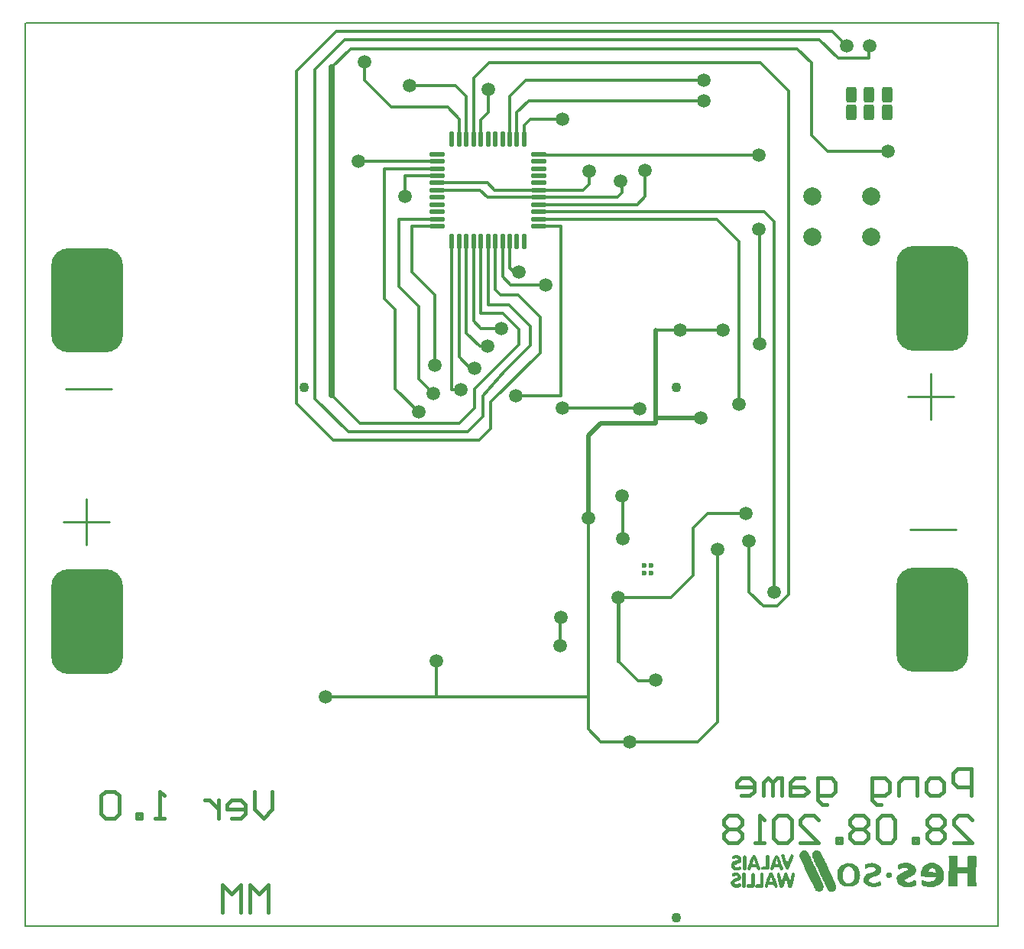
<source format=gtl>
G04 Layer_Physical_Order=1*
G04 Layer_Color=255*
%FSLAX44Y44*%
%MOMM*%
G71*
G01*
G75*
G04:AMPARAMS|DCode=10|XSize=0.55mm|YSize=1.75mm|CornerRadius=0.1375mm|HoleSize=0mm|Usage=FLASHONLY|Rotation=90.000|XOffset=0mm|YOffset=0mm|HoleType=Round|Shape=RoundedRectangle|*
%AMROUNDEDRECTD10*
21,1,0.5500,1.4750,0,0,90.0*
21,1,0.2750,1.7500,0,0,90.0*
1,1,0.2750,0.7375,0.1375*
1,1,0.2750,0.7375,-0.1375*
1,1,0.2750,-0.7375,-0.1375*
1,1,0.2750,-0.7375,0.1375*
%
%ADD10ROUNDEDRECTD10*%
G04:AMPARAMS|DCode=11|XSize=0.55mm|YSize=1.75mm|CornerRadius=0.1375mm|HoleSize=0mm|Usage=FLASHONLY|Rotation=180.000|XOffset=0mm|YOffset=0mm|HoleType=Round|Shape=RoundedRectangle|*
%AMROUNDEDRECTD11*
21,1,0.5500,1.4750,0,0,180.0*
21,1,0.2750,1.7500,0,0,180.0*
1,1,0.2750,-0.1375,0.7375*
1,1,0.2750,0.1375,0.7375*
1,1,0.2750,0.1375,-0.7375*
1,1,0.2750,-0.1375,-0.7375*
%
%ADD11ROUNDEDRECTD11*%
%ADD12C,0.3556*%
%ADD13C,0.5080*%
%ADD14C,0.3810*%
%ADD15C,0.6350*%
%ADD16C,0.2540*%
%ADD17C,0.4000*%
%ADD18C,0.1500*%
G04:AMPARAMS|DCode=19|XSize=1.2192mm|YSize=1.7272mm|CornerRadius=0.3048mm|HoleSize=0mm|Usage=FLASHONLY|Rotation=0.000|XOffset=0mm|YOffset=0mm|HoleType=Round|Shape=RoundedRectangle|*
%AMROUNDEDRECTD19*
21,1,1.2192,1.1176,0,0,0.0*
21,1,0.6096,1.7272,0,0,0.0*
1,1,0.6096,0.3048,-0.5588*
1,1,0.6096,-0.3048,-0.5588*
1,1,0.6096,-0.3048,0.5588*
1,1,0.6096,0.3048,0.5588*
%
%ADD19ROUNDEDRECTD19*%
%ADD20C,2.0000*%
G04:AMPARAMS|DCode=21|XSize=8mm|YSize=8mm|CornerRadius=2mm|HoleSize=0mm|Usage=FLASHONLY|Rotation=90.000|XOffset=0mm|YOffset=0mm|HoleType=Round|Shape=RoundedRectangle|*
%AMROUNDEDRECTD21*
21,1,8.0000,4.0000,0,0,90.0*
21,1,4.0000,8.0000,0,0,90.0*
1,1,4.0000,2.0000,2.0000*
1,1,4.0000,2.0000,-2.0000*
1,1,4.0000,-2.0000,-2.0000*
1,1,4.0000,-2.0000,2.0000*
%
%ADD21ROUNDEDRECTD21*%
%ADD22C,1.1000*%
%ADD23C,1.5000*%
%ADD24C,0.6000*%
G36*
X910027Y69393D02*
X909439Y69275D01*
X908734Y69158D01*
X907793Y68923D01*
X906852Y68570D01*
X904736Y67629D01*
X903678Y66924D01*
X902619Y66218D01*
X901679Y65395D01*
X900738Y64337D01*
X900033Y63161D01*
X899445Y61868D01*
X899092Y60457D01*
X898975Y58811D01*
Y54813D01*
Y54696D01*
Y54343D01*
X899092Y53755D01*
X899327Y53050D01*
X899445Y52109D01*
X899798Y51169D01*
X900150Y50110D01*
X900738Y49052D01*
X901326Y47994D01*
X902032Y46936D01*
X902972Y45995D01*
X904030Y45055D01*
X905206Y44349D01*
X906617Y43761D01*
X908263Y43408D01*
X910027Y43291D01*
X913201D01*
X913789Y43408D01*
X914495Y43526D01*
X915435Y43644D01*
X916376Y43996D01*
X917434Y44349D01*
X918492Y44937D01*
X919550Y45525D01*
X920609Y46466D01*
X921549Y47406D01*
X922490Y48699D01*
X923195Y50110D01*
X923783Y51874D01*
X924136Y53873D01*
X924254Y56107D01*
Y56224D01*
Y56695D01*
X924136Y57400D01*
X924018Y58223D01*
X923783Y59164D01*
X923548Y60340D01*
X923078Y61515D01*
X922490Y62809D01*
X921785Y64102D01*
X920844Y65278D01*
X919786Y66453D01*
X918492Y67394D01*
X916846Y68335D01*
X915083Y68923D01*
X912966Y69393D01*
X910497Y69510D01*
X910380D01*
X910027Y69393D01*
D02*
G37*
G36*
X1000561D02*
X999385Y69158D01*
X997974Y68570D01*
X996328Y67629D01*
X995623Y67041D01*
X994800Y66336D01*
X994094Y65395D01*
X993389Y64337D01*
X992801Y63161D01*
X992213Y61868D01*
X991860Y57870D01*
Y55754D01*
X991390Y55284D01*
Y54813D01*
X991507D01*
X991860Y54696D01*
X992448Y54578D01*
X993389Y54343D01*
X994682Y54226D01*
X996328Y53990D01*
X998327Y53873D01*
X1008203D01*
X1008086Y53638D01*
X1007851Y53167D01*
X1007498Y52344D01*
X1006792Y51521D01*
X1005969Y50581D01*
X1004911Y49758D01*
X1003618Y49287D01*
X1001972Y49052D01*
X999385D01*
X993154Y50816D01*
X992683Y50346D01*
Y45525D01*
Y45407D01*
X992918Y45172D01*
X993389Y44819D01*
X994094Y44349D01*
X995152Y43879D01*
X995858Y43644D01*
X996798Y43408D01*
X997739Y43291D01*
X998915Y43056D01*
X1000208Y42938D01*
X1001619Y42821D01*
X1003500D01*
X1003970Y42938D01*
X1004676Y43056D01*
X1005499Y43173D01*
X1006557Y43526D01*
X1007733Y43879D01*
X1009026Y44232D01*
X1010202Y44819D01*
X1011495Y45525D01*
X1012789Y46348D01*
X1013964Y47289D01*
X1015023Y48464D01*
X1015846Y49758D01*
X1016551Y51286D01*
X1017021Y52932D01*
X1017139Y54813D01*
Y56107D01*
Y56224D01*
Y56577D01*
X1017021Y57165D01*
X1016904Y57988D01*
X1016786Y58811D01*
X1016551Y59869D01*
X1016199Y61045D01*
X1015728Y62103D01*
X1015140Y63279D01*
X1014435Y64455D01*
X1013494Y65630D01*
X1012436Y66689D01*
X1011143Y67629D01*
X1009614Y68452D01*
X1007968Y69040D01*
X1005969Y69510D01*
X1001031D01*
X1000561Y69393D01*
D02*
G37*
G36*
X831956Y57870D02*
Y57518D01*
Y57400D01*
X832074Y56812D01*
X832191Y56107D01*
X832309Y55166D01*
X832544Y53990D01*
X832779Y52697D01*
X833367Y49993D01*
X833955Y47171D01*
X834307Y45878D01*
X834660Y44702D01*
X835013Y43761D01*
X835248Y43056D01*
X835601Y42468D01*
X835954Y42350D01*
X838305D01*
X838423Y42468D01*
X838775Y42821D01*
X839128Y43526D01*
X839363Y43996D01*
X839716Y44702D01*
X839951Y45407D01*
X840304Y46348D01*
X840657Y47406D01*
X841009Y48699D01*
X841362Y50110D01*
X841715Y51757D01*
X842185D01*
Y51639D01*
X842303Y51404D01*
X842420Y50933D01*
X842538Y50346D01*
X842891Y48817D01*
X843361Y47053D01*
X843949Y45290D01*
X844537Y43879D01*
X844772Y43173D01*
X845125Y42703D01*
X845360Y42468D01*
X845712Y42350D01*
X848064D01*
X848182Y42586D01*
X848417Y42821D01*
X848534Y43173D01*
X848769Y43644D01*
X849005Y44232D01*
X849240Y45055D01*
X849593Y46113D01*
X849945Y47289D01*
X850298Y48699D01*
X850651Y50463D01*
X851003Y52462D01*
X851474Y54813D01*
X851944Y57518D01*
Y57870D01*
X851003Y58811D01*
X849593D01*
X849475Y58693D01*
X849122Y58341D01*
X848769Y57635D01*
X848534Y57047D01*
X848299Y56459D01*
X847946Y55637D01*
X847711Y54696D01*
X847476Y53638D01*
X847123Y52227D01*
X846888Y50816D01*
X846535Y49052D01*
X846183D01*
Y49170D01*
X846065Y49523D01*
X845948Y49993D01*
X845830Y50581D01*
X845477Y52109D01*
X845007Y53990D01*
X844419Y55754D01*
X843831Y57283D01*
X843478Y57870D01*
X843126Y58341D01*
X842891Y58693D01*
X842538Y58811D01*
X841127D01*
X841009Y58693D01*
X840657Y58341D01*
X840186Y57635D01*
X839951Y57047D01*
X839716Y56459D01*
X839363Y55637D01*
X839128Y54696D01*
X838775Y53638D01*
X838423Y52227D01*
X838070Y50816D01*
X837717Y49052D01*
X837247D01*
Y49170D01*
X837129Y49523D01*
Y49993D01*
X837012Y50581D01*
X836659Y52109D01*
X836306Y53990D01*
X835836Y55754D01*
X835366Y57283D01*
X835013Y57870D01*
X834778Y58341D01*
X834425Y58693D01*
X834190Y58811D01*
X832779D01*
X831956Y57870D01*
D02*
G37*
G36*
X784455Y58693D02*
X783985Y58576D01*
X783514Y58341D01*
X783044Y58106D01*
X782574Y57635D01*
X782221Y57047D01*
Y55754D01*
Y55637D01*
X782339Y55284D01*
X782809Y54931D01*
X783044Y54813D01*
X783514D01*
X787982Y55284D01*
X788335Y54813D01*
Y53520D01*
X788217D01*
X787982Y53403D01*
X787630Y53285D01*
X787159Y53167D01*
X785984Y52697D01*
X784573Y52109D01*
X783162Y51286D01*
X781986Y50346D01*
X781516Y49758D01*
X781163Y49170D01*
X780928Y48464D01*
X780810Y47759D01*
Y47524D01*
X780928Y46936D01*
X781163Y46113D01*
X781633Y45172D01*
X782339Y44114D01*
X783397Y43173D01*
X784102Y42821D01*
X784925Y42468D01*
X785984Y42233D01*
X787042Y41998D01*
X787277D01*
X787982Y42115D01*
X788805Y42350D01*
X789864Y42586D01*
X790922Y42938D01*
X791862Y43408D01*
X792568Y43996D01*
X792685Y44232D01*
X792803Y44584D01*
Y45055D01*
X791510Y46818D01*
X786219Y45995D01*
X785278Y46818D01*
Y47759D01*
X785396Y47876D01*
X785631Y48112D01*
X786101Y48347D01*
X786807Y48699D01*
X787865Y49170D01*
X788570Y49405D01*
X789393Y49640D01*
X790451Y49993D01*
X791510Y50346D01*
X792333Y53050D01*
Y54343D01*
Y54578D01*
X792097Y55049D01*
X791862Y55754D01*
X791510Y56577D01*
X790922Y57400D01*
X790099Y58106D01*
X789158Y58576D01*
X787982Y58811D01*
X784925D01*
X784455Y58693D01*
D02*
G37*
G36*
X954706Y59164D02*
X954471Y59046D01*
X954118Y58811D01*
X953765Y58341D01*
X953413Y57753D01*
X953060Y57047D01*
X952707Y56107D01*
Y55989D01*
X952825Y55637D01*
X953060Y55284D01*
X953295Y54696D01*
X954000Y53638D01*
X954471Y53285D01*
X954941Y53050D01*
X956705D01*
X957293Y53167D01*
X957763Y53403D01*
X958351Y53755D01*
X958939Y54343D01*
X959291Y55049D01*
X959409Y56107D01*
Y56224D01*
Y56459D01*
X959291Y56930D01*
X959174Y57400D01*
X958939Y57988D01*
X958704Y58458D01*
X958233Y58929D01*
X957645Y59281D01*
X954824D01*
X954706Y59164D01*
D02*
G37*
G36*
X793744Y57870D02*
Y43291D01*
X794567Y42350D01*
X796330D01*
X797271Y43291D01*
Y57870D01*
X796330Y58811D01*
X794567D01*
X793744Y57870D01*
D02*
G37*
G36*
X860527Y83149D02*
X859939Y82914D01*
X859116Y82562D01*
X858293Y81856D01*
X857588Y80798D01*
X857353Y80210D01*
X857000Y79387D01*
X856882Y78564D01*
X856765Y77506D01*
Y77388D01*
X856882Y77153D01*
X857117Y76683D01*
X857353Y76095D01*
X857705Y75272D01*
X858176Y74331D01*
X858646Y73273D01*
X859116Y72097D01*
X860292Y69510D01*
X861703Y66571D01*
X863114Y63279D01*
X864642Y59869D01*
X866288Y56459D01*
X867934Y53050D01*
X869463Y49758D01*
X870991Y46701D01*
X872520Y43879D01*
X873225Y42703D01*
X873813Y41527D01*
X874401Y40587D01*
X874989Y39646D01*
X875459Y38941D01*
X875930Y38353D01*
X878164Y38000D01*
X879575D01*
X880045Y38118D01*
X880633Y38235D01*
X881338Y38588D01*
X882044Y39176D01*
X882867Y39999D01*
X883455Y41175D01*
X883925Y42821D01*
Y43761D01*
Y43879D01*
X883807Y44232D01*
X883690Y44702D01*
X883337Y45407D01*
X882984Y46348D01*
X882396Y47641D01*
X881691Y49287D01*
X880750Y51404D01*
X880162Y52697D01*
X879575Y53990D01*
X878869Y55519D01*
X878164Y57047D01*
X877340Y58811D01*
X876400Y60692D01*
X875459Y62809D01*
X874401Y65043D01*
X873225Y67394D01*
X872050Y69863D01*
X870756Y72568D01*
X869345Y75507D01*
X867817Y78564D01*
X866171Y81856D01*
X866053Y81974D01*
X865936Y82091D01*
X865113Y82562D01*
X864172Y83032D01*
X863584Y83267D01*
X860997D01*
X860527Y83149D01*
D02*
G37*
G36*
X874048D02*
X873696Y83032D01*
X873108Y82679D01*
X872520Y82091D01*
X872050Y81503D01*
X871462Y80798D01*
X871109Y79857D01*
X870991Y78799D01*
Y77859D01*
Y77623D01*
X871109Y77271D01*
X871227Y76800D01*
X871579Y75977D01*
X871932Y74919D01*
X872520Y73508D01*
X873225Y71744D01*
X874284Y69510D01*
X874754Y68217D01*
X875459Y66806D01*
X876165Y65278D01*
X876870Y63632D01*
X877811Y61868D01*
X878634Y59987D01*
X879692Y57870D01*
X880750Y55637D01*
X881926Y53285D01*
X883219Y50698D01*
X884513Y47994D01*
X886041Y45172D01*
X887570Y42115D01*
X889216Y38823D01*
X891920Y38000D01*
X893684D01*
X894154Y38118D01*
X894859Y38353D01*
X895565Y38705D01*
X896270Y39293D01*
X896976Y39999D01*
X897681Y41057D01*
Y43761D01*
Y43879D01*
X897564Y44232D01*
X897446Y44584D01*
X897211Y45290D01*
X896858Y46230D01*
X896388Y47406D01*
X895683Y49052D01*
X894859Y51051D01*
X894389Y52109D01*
X893801Y53403D01*
X893213Y54813D01*
X892508Y56342D01*
X891685Y57870D01*
X890979Y59634D01*
X890039Y61633D01*
X889098Y63632D01*
X888040Y65866D01*
X886982Y68217D01*
X885806Y70686D01*
X884513Y73391D01*
X883102Y76212D01*
X881691Y79269D01*
X881573Y79387D01*
X881456Y79740D01*
X881103Y80328D01*
X880750Y80915D01*
X879575Y82209D01*
X878869Y82797D01*
X878164Y83267D01*
X874166D01*
X874048Y83149D01*
D02*
G37*
G36*
X824078Y58576D02*
X823843Y58341D01*
X823608Y58106D01*
X823373Y57635D01*
X823020Y57047D01*
X822667Y56224D01*
X822315Y55284D01*
X821844Y54226D01*
X821256Y52815D01*
X820669Y51169D01*
X820081Y49287D01*
X819375Y47053D01*
X818552Y44584D01*
Y43291D01*
X819493Y42350D01*
X821021D01*
X821139Y42468D01*
X821492Y42703D01*
X821727Y43173D01*
X822079Y43644D01*
X822315Y44467D01*
X822550Y45525D01*
X828076D01*
X828194Y45407D01*
X828429Y45172D01*
X828664Y44702D01*
X829017Y44232D01*
X829369Y43408D01*
X829722Y42350D01*
X831603D01*
X832074Y42586D01*
X832309Y42821D01*
X832426Y43056D01*
X832661Y43526D01*
X832779Y44114D01*
Y44232D01*
X832544Y44702D01*
X832309Y45525D01*
X832074Y46466D01*
X831603Y47524D01*
X831251Y48817D01*
X830192Y51521D01*
X829134Y54108D01*
X828664Y55401D01*
X828194Y56577D01*
X827723Y57400D01*
X827253Y58223D01*
X826900Y58693D01*
X826547Y58811D01*
X824196D01*
X824078Y58576D01*
D02*
G37*
G36*
X803502Y57518D02*
Y45995D01*
X799035D01*
X798212Y45055D01*
Y43291D01*
X799035Y42350D01*
X806207D01*
X806442Y42468D01*
X806795Y42821D01*
X807030Y43173D01*
X807265Y43644D01*
X807383Y44349D01*
X807500Y45055D01*
Y57518D01*
X806207Y58811D01*
X804796D01*
X803502Y57518D01*
D02*
G37*
G36*
X813732Y57870D02*
Y45995D01*
X809264D01*
X807970Y44584D01*
Y43761D01*
X809264Y42350D01*
X815966D01*
X817259Y43761D01*
Y57518D01*
X815966Y58811D01*
X814555D01*
X813732Y57870D01*
D02*
G37*
G36*
X935894Y69393D02*
X935071D01*
X933895Y69158D01*
X932719Y68923D01*
X931191Y68570D01*
X929662Y68100D01*
Y64102D01*
X930485Y63279D01*
X930603Y63397D01*
X930956Y63514D01*
X931543Y63867D01*
X932249Y64220D01*
X934013Y64808D01*
X934953Y64925D01*
X935894Y65043D01*
X938598D01*
X939186Y64925D01*
X939774Y64690D01*
X940479Y64220D01*
X941067Y63749D01*
X941537Y62926D01*
X941655Y61868D01*
Y61750D01*
X941420Y61515D01*
X940949Y61163D01*
X940597Y60927D01*
X940126Y60692D01*
X939539Y60340D01*
X938833Y59987D01*
X938010Y59634D01*
X936952Y59164D01*
X935776Y58693D01*
X934365Y58223D01*
X932719Y57635D01*
X930956Y57047D01*
X930838Y56930D01*
X930485Y56577D01*
X930132Y56107D01*
X929545Y55519D01*
X929074Y54813D01*
X928721Y53990D01*
X928369Y53285D01*
X928251Y52579D01*
Y49875D01*
Y49758D01*
Y49640D01*
X928369Y48935D01*
X928839Y47876D01*
X929192Y47406D01*
X929662Y46701D01*
X930250Y46113D01*
X930956Y45525D01*
X931896Y44937D01*
X932954Y44349D01*
X934248Y43879D01*
X935776Y43408D01*
X937422Y43056D01*
X939421Y42821D01*
X939774D01*
X940126Y42938D01*
X940714D01*
X941890Y43173D01*
X943419Y43408D01*
X944829Y43761D01*
X946123Y44114D01*
X946711Y44349D01*
X947064Y44584D01*
X947299Y44819D01*
X947416Y45055D01*
Y45995D01*
Y46113D01*
Y46466D01*
X947299Y47053D01*
X947181Y47641D01*
X947064Y48229D01*
X946828Y48817D01*
X946476Y49287D01*
X946005Y49523D01*
X945888Y49405D01*
X945535Y49170D01*
X944947Y48817D01*
X944124Y48464D01*
X943183Y47994D01*
X941890Y47641D01*
X940479Y47406D01*
X938951Y47289D01*
X938245D01*
X937775Y47406D01*
X937069Y47641D01*
X936246Y47994D01*
X935423Y48464D01*
X934718Y49052D01*
X934248Y49875D01*
X934013Y50816D01*
Y50933D01*
X934130Y51169D01*
X934600Y51639D01*
X934953Y51992D01*
X935306Y52227D01*
X935894Y52697D01*
X936599Y53050D01*
X937540Y53520D01*
X938480Y53990D01*
X939774Y54461D01*
X941185Y54931D01*
X942831Y55519D01*
X944712Y56107D01*
X944829Y56224D01*
X945182Y56577D01*
X945535Y57047D01*
X946005Y57753D01*
X946593Y58458D01*
X946946Y59164D01*
X947299Y59869D01*
X947416Y60575D01*
Y63279D01*
Y63397D01*
X947299Y63514D01*
X947064Y64220D01*
X946476Y65278D01*
X945535Y66453D01*
X944947Y66924D01*
X944242Y67512D01*
X943419Y68100D01*
X942478Y68570D01*
X941302Y68923D01*
X940126Y69275D01*
X938716Y69393D01*
X937187Y69510D01*
X936599D01*
X935894Y69393D01*
D02*
G37*
G36*
X971284D02*
X970344Y69275D01*
X969285Y69158D01*
X968227Y68923D01*
X967404Y68570D01*
X966699Y68217D01*
X966581Y67982D01*
X966464Y67747D01*
Y63749D01*
X967404Y62338D01*
X967522Y62456D01*
X967875Y62573D01*
X968462Y62926D01*
X969168Y63279D01*
X970108Y63632D01*
X971284Y63984D01*
X972578Y64337D01*
X973988Y64572D01*
X974106D01*
X974459Y64455D01*
X975047Y64220D01*
X975517Y63984D01*
X976105Y63632D01*
X976693Y63161D01*
X977046Y62573D01*
X977163Y61868D01*
X977046D01*
X976693Y61633D01*
X976105Y61398D01*
X975399Y61045D01*
X974459Y60692D01*
X973518Y60222D01*
X971402Y59281D01*
X969285Y58106D01*
X968345Y57635D01*
X967404Y57047D01*
X966699Y56577D01*
X966111Y56107D01*
X965758Y55637D01*
X965641Y55284D01*
X964700Y51757D01*
Y51639D01*
Y51404D01*
X964818Y50933D01*
X964935Y50346D01*
X965288Y48935D01*
X965758Y48112D01*
X966228Y47289D01*
X966816Y46466D01*
X967639Y45642D01*
X968580Y44937D01*
X969756Y44232D01*
X971167Y43644D01*
X972695Y43173D01*
X974576Y42938D01*
X976693Y42821D01*
X978692D01*
X979867Y42938D01*
X981161Y43056D01*
X982572Y43408D01*
X983982Y43761D01*
X985158Y44349D01*
X985629Y44702D01*
X985981Y45055D01*
Y49875D01*
X985158Y50816D01*
X984923Y50698D01*
X984453Y50346D01*
X983630Y49993D01*
X982572Y49523D01*
X981513Y48935D01*
X980220Y48582D01*
X978927Y48229D01*
X977633Y48112D01*
X977281D01*
X976810Y48229D01*
X976340Y48347D01*
X975752Y48699D01*
X975047Y49052D01*
X974459Y49640D01*
X973988Y50346D01*
Y50816D01*
X974106Y51051D01*
X974576Y51286D01*
X974811Y51521D01*
X975282Y51757D01*
X975752Y52109D01*
X976458Y52462D01*
X977281Y52932D01*
X978339Y53403D01*
X979515Y53990D01*
X980808Y54578D01*
X982454Y55284D01*
X984218Y56107D01*
X984335Y56224D01*
X984453Y56577D01*
X984806Y56930D01*
X985041Y57518D01*
X985746Y58811D01*
X985864Y59517D01*
X985981Y60104D01*
Y62809D01*
Y62926D01*
Y63044D01*
X985864Y63632D01*
X985511Y64455D01*
X984923Y65513D01*
X984453Y66101D01*
X983982Y66689D01*
X983277Y67277D01*
X982454Y67747D01*
X981513Y68335D01*
X980338Y68805D01*
X979044Y69158D01*
X977633Y69510D01*
X971990D01*
X971284Y69393D01*
D02*
G37*
G36*
X819493Y76565D02*
Y65513D01*
X816671D01*
X816436Y65395D01*
X815966D01*
X815495Y65160D01*
X815025Y65043D01*
X814555Y64808D01*
X814320Y64455D01*
X814202Y64102D01*
Y62809D01*
X815025Y61868D01*
X822550D01*
X823491Y62809D01*
Y77035D01*
Y77153D01*
X823373Y77271D01*
X823020Y77741D01*
X822667Y77976D01*
X822197Y78094D01*
X821492Y78329D01*
X820786D01*
X819493Y76565D01*
D02*
G37*
G36*
X786336Y78211D02*
X785631Y78094D01*
X784808Y77976D01*
X783985Y77741D01*
X783279Y77388D01*
X782809Y77035D01*
X782574Y76565D01*
Y74802D01*
X783514Y73861D01*
X787042Y74802D01*
X787159D01*
X787277Y74684D01*
X787865Y74331D01*
X788570Y73978D01*
X788688Y73743D01*
X788805Y73508D01*
X782574Y70334D01*
X782456Y70216D01*
X782339Y70098D01*
X781868Y69393D01*
X781516Y68452D01*
X781281Y67864D01*
Y67277D01*
Y66336D01*
Y66101D01*
X781398Y65630D01*
X781633Y64808D01*
X781986Y63984D01*
X782691Y63044D01*
X783750Y62221D01*
X784337Y61986D01*
X785161Y61750D01*
X785984Y61515D01*
X788923D01*
X789511Y61633D01*
X790216Y61750D01*
X790922Y62103D01*
X791745Y62456D01*
X792333Y63044D01*
X792803Y63749D01*
Y65043D01*
X791980Y65866D01*
X791510D01*
X787042Y65043D01*
X786924D01*
X786807Y65160D01*
X786101Y65513D01*
X785513Y66218D01*
X785396Y66689D01*
X785278Y67277D01*
X785396D01*
X785513Y67394D01*
X785866Y67512D01*
X786336Y67629D01*
X787512Y68100D01*
X788805Y68688D01*
X790099Y69393D01*
X791274Y70098D01*
X792215Y70921D01*
X792568Y71274D01*
X792803Y71744D01*
Y73508D01*
Y73743D01*
X792685Y74214D01*
X792450Y75037D01*
X792097Y75977D01*
X791392Y76800D01*
X790334Y77623D01*
X789746Y77859D01*
X788923Y78094D01*
X788100Y78329D01*
X786807D01*
X786336Y78211D01*
D02*
G37*
G36*
X836777Y77859D02*
Y77506D01*
Y77388D01*
X837012Y76800D01*
X837247Y76095D01*
X837482Y75154D01*
X837835Y73978D01*
X838305Y72685D01*
X839246Y69981D01*
X840304Y67159D01*
X840774Y65866D01*
X841245Y64690D01*
X841832Y63749D01*
X842185Y63044D01*
X842655Y62456D01*
X843008Y62338D01*
X844419D01*
X844654Y62573D01*
X844772Y62809D01*
X845007Y63161D01*
X845360Y63632D01*
X845595Y64337D01*
X846065Y65160D01*
X846535Y66101D01*
X847006Y67394D01*
X847594Y68923D01*
X848182Y70686D01*
X848887Y72685D01*
X849710Y75154D01*
X850533Y77859D01*
X849240Y78799D01*
X847829D01*
X847711Y78682D01*
X847358Y78329D01*
X846888Y77623D01*
X846653Y77153D01*
X846300Y76565D01*
X846065Y75742D01*
X845712Y74919D01*
X845242Y73861D01*
X844889Y72568D01*
X844419Y71157D01*
X843949Y69510D01*
X843831Y69628D01*
X843596Y69981D01*
X843126Y70686D01*
X842891Y71274D01*
X842655Y71862D01*
X842303Y72568D01*
X841950Y73508D01*
X841597Y74566D01*
X841009Y75742D01*
X840539Y77153D01*
X839951Y78799D01*
X837717D01*
X836777Y77859D01*
D02*
G37*
G36*
X1022430Y77035D02*
X1021960D01*
X1022430Y75742D01*
X1021960Y45055D01*
X1021607Y43761D01*
X1021960Y43291D01*
X1030896D01*
X1031719Y44114D01*
Y58341D01*
X1043359D01*
Y51286D01*
X1042888Y43761D01*
X1043359Y43291D01*
X1052177D01*
X1052647Y43761D01*
X1053118D01*
X1052647Y51757D01*
X1053118Y77035D01*
X1052647Y77506D01*
X1044182D01*
X1043359Y76565D01*
Y64572D01*
X1031719D01*
Y71744D01*
X1032189Y77035D01*
X1031719Y77506D01*
X1022900D01*
X1022430Y77035D01*
D02*
G37*
G36*
X805384Y78094D02*
X805148Y77859D01*
X804796Y77506D01*
X804561Y77035D01*
X804208Y76448D01*
X803738Y75624D01*
X803267Y74566D01*
X802797Y73273D01*
X802209Y71744D01*
X801621Y69981D01*
X800916Y67982D01*
X800210Y65513D01*
X799505Y62809D01*
X800798Y61515D01*
X801739D01*
X801974Y61633D01*
X802209Y61750D01*
X802444Y61986D01*
X802679Y62338D01*
X803032Y63044D01*
X803267Y63867D01*
X803502Y65043D01*
X808793D01*
X809264Y64572D01*
Y64455D01*
X809499Y64102D01*
X809734Y63632D01*
X810087Y63044D01*
X810440Y62456D01*
X810792Y61986D01*
X811145Y61633D01*
X811498Y61515D01*
X812321D01*
X813732Y62809D01*
Y63044D01*
X813496Y63514D01*
X813261Y64220D01*
X813026Y65278D01*
X812673Y66453D01*
X812203Y67747D01*
X811263Y70569D01*
X810322Y73391D01*
X809734Y74684D01*
X809264Y75860D01*
X808793Y76918D01*
X808323Y77623D01*
X807853Y78211D01*
X807500Y78329D01*
X805619D01*
X805384Y78094D01*
D02*
G37*
G36*
X831368Y78211D02*
X830780Y77859D01*
X830075Y77153D01*
X829604Y76683D01*
X829134Y76095D01*
X828781Y75272D01*
X828311Y74449D01*
X827841Y73391D01*
X827371Y72097D01*
X826900Y70686D01*
X826547Y69040D01*
X824314Y62809D01*
X826195Y61515D01*
X826547D01*
X826665Y61633D01*
X826900Y61750D01*
X827606Y62456D01*
X828429Y63514D01*
X828664Y64220D01*
X828781Y65043D01*
X834543D01*
Y64925D01*
X834660Y64455D01*
X834895Y63984D01*
X835130Y63279D01*
X835483Y62691D01*
X835954Y62103D01*
X836542Y61633D01*
X837247Y61515D01*
X837365D01*
X837482Y61633D01*
X838070Y61868D01*
X838775Y62456D01*
X838893Y62809D01*
X839011Y63279D01*
Y63397D01*
X838775Y63867D01*
X838658Y64572D01*
X838305Y65395D01*
X837952Y66453D01*
X837600Y67629D01*
X836659Y70216D01*
X835601Y72920D01*
X835013Y74214D01*
X834425Y75389D01*
X833837Y76330D01*
X833367Y77271D01*
X832779Y77859D01*
X832309Y78329D01*
X831838D01*
X831368Y78211D01*
D02*
G37*
G36*
X794567Y77035D02*
Y62809D01*
X795977Y61515D01*
X796801D01*
X798212Y62809D01*
Y77035D01*
X796801Y78329D01*
X795977D01*
X794567Y77035D01*
D02*
G37*
%LPC*%
G36*
X911438Y65513D02*
X911673D01*
X912261Y65395D01*
X913201Y65160D01*
X914377Y64572D01*
X915435Y63749D01*
X916023Y63161D01*
X916494Y62456D01*
X916964Y61633D01*
X917434Y60692D01*
X917787Y59634D01*
X918022Y58341D01*
Y54343D01*
Y54226D01*
Y53990D01*
X917905Y53638D01*
X917787Y53285D01*
X917434Y52109D01*
X916964Y50816D01*
X916141Y49523D01*
X915200Y48347D01*
X914612Y47994D01*
X913907Y47641D01*
X913084Y47406D01*
X912261Y47289D01*
X910262D01*
X909557Y47406D01*
X908616Y47759D01*
X907558Y48347D01*
X907087Y48817D01*
X906499Y49405D01*
X906029Y49993D01*
X905676Y50816D01*
X905206Y51874D01*
X904971Y52932D01*
X904854Y54226D01*
X904736Y55754D01*
Y56107D01*
Y56224D01*
Y56459D01*
Y56930D01*
X904854Y57635D01*
X905089Y59046D01*
X905559Y60810D01*
X906382Y62573D01*
X906852Y63279D01*
X907558Y64102D01*
X908381Y64690D01*
X909204Y65160D01*
X910262Y65395D01*
X911438Y65513D01*
D02*
G37*
G36*
X1004206Y64102D02*
X1004323D01*
X1004676Y63984D01*
X1005146Y63867D01*
X1005852Y63514D01*
X1006440Y62926D01*
X1007145Y62103D01*
X1007733Y60927D01*
X1008203Y59281D01*
X1007733D01*
X1002912Y59752D01*
X1000208D01*
Y60104D01*
Y60222D01*
X1000326Y60692D01*
X1000561Y61398D01*
X1000913Y62103D01*
X1001384Y62809D01*
X1002089Y63514D01*
X1003030Y63984D01*
X1004206Y64102D01*
D02*
G37*
G36*
X825254Y54343D02*
X825724D01*
X827018Y49052D01*
X823961D01*
X825254Y54343D01*
D02*
G37*
G36*
X806207Y73038D02*
X807030D01*
X808323Y68570D01*
X804796D01*
X806207Y73038D01*
D02*
G37*
G36*
X831486Y73861D02*
X831956D01*
X833249Y68570D01*
X830192D01*
X831486Y73861D01*
D02*
G37*
%LPD*%
D10*
X568500Y855000D02*
D03*
Y847000D02*
D03*
Y839000D02*
D03*
Y831000D02*
D03*
Y823000D02*
D03*
Y815000D02*
D03*
Y807000D02*
D03*
Y799000D02*
D03*
Y791000D02*
D03*
Y783000D02*
D03*
Y775000D02*
D03*
X455500D02*
D03*
Y783000D02*
D03*
Y791000D02*
D03*
Y799000D02*
D03*
Y807000D02*
D03*
Y815000D02*
D03*
Y823000D02*
D03*
Y831000D02*
D03*
Y839000D02*
D03*
Y847000D02*
D03*
Y855000D02*
D03*
D11*
X552000Y758500D02*
D03*
X544000D02*
D03*
X536000D02*
D03*
X528000D02*
D03*
X520000D02*
D03*
X512000D02*
D03*
X504000D02*
D03*
X496000D02*
D03*
X488000D02*
D03*
X480000D02*
D03*
X472000D02*
D03*
Y871500D02*
D03*
X480000D02*
D03*
X488000D02*
D03*
X496000D02*
D03*
X504000D02*
D03*
X512000D02*
D03*
X520000D02*
D03*
X528000D02*
D03*
X536000D02*
D03*
X544000D02*
D03*
X552000D02*
D03*
D12*
X660000Y812000D02*
Y825000D01*
X592000Y310000D02*
Y342000D01*
X698000Y271000D02*
X678000D01*
X528000Y679000D02*
X504000D01*
X546000Y661000D02*
X528000Y679000D01*
X934000Y961000D02*
Y975000D01*
X535000Y688000D02*
X512000D01*
X559000Y664000D02*
X535000Y688000D01*
X526000Y699000D02*
X520000Y705000D01*
X545000Y699000D02*
X526000D01*
X570000Y674000D02*
X545000Y699000D01*
X546000Y644000D02*
Y661000D01*
Y644000D02*
X497000Y595000D01*
X559000Y643000D02*
Y664000D01*
Y643000D02*
X530000Y614000D01*
X570000Y635000D02*
Y674000D01*
Y635000D02*
X515000Y580000D01*
X497000Y574000D02*
Y595000D01*
X661000Y429000D02*
Y476000D01*
X812000Y854000D02*
X568500D01*
X813000Y645000D02*
Y772000D01*
X680000Y574000D02*
X594000D01*
X455000Y254000D02*
Y293000D01*
X420000Y808000D02*
Y831000D01*
X413000Y708000D02*
Y783000D01*
X428000Y724000D02*
Y775000D01*
X593000D02*
X568500D01*
X617000Y815000D02*
X568500D01*
X511000Y823000D02*
X455500D01*
X655000Y807000D02*
X568500D01*
X503000Y815000D02*
X455500D01*
X765000Y783000D02*
X568500D01*
X677000Y799000D02*
X568500D01*
X818000Y791000D02*
X568500D01*
X624000Y822000D02*
Y836000D01*
Y822000D02*
X617000Y815000D01*
X455000Y254000D02*
X332000D01*
X593000Y342000D02*
X592000D01*
X482000Y594000D02*
X472000D01*
Y758500D01*
X455500Y775000D02*
X428000D01*
X455500Y783000D02*
X413000D01*
X455500Y839000D02*
X397000D01*
X455500Y831000D02*
Y831000D01*
X661000Y476000D02*
X660000D01*
X455500Y847000D02*
X368000D01*
X455500Y847000D02*
Y847000D01*
X813000Y772000D02*
X812000D01*
X568500Y854000D02*
Y855000D01*
X536000Y733000D02*
Y758500D01*
Y733000D02*
X536000D01*
X300000Y605524D02*
X299476D01*
X935000Y975000D02*
X934000D01*
X568500Y807000D02*
Y807000D01*
X660000Y825000D02*
X659000D01*
X568500Y815000D02*
Y815000D01*
X680000Y573000D02*
Y574000D01*
X512000Y901000D02*
Y927000D01*
X623000Y254000D02*
Y452000D01*
X725000Y660000D02*
X698000D01*
X772000D02*
X725000D01*
X455500Y831000D02*
X420000D01*
X698000Y271000D02*
Y272000D01*
X766000Y226000D02*
Y417000D01*
Y226000D02*
X744000Y204000D01*
X669000D01*
X637000D01*
X623000Y218000D01*
Y254000D01*
X678000Y271000D02*
X656000Y293000D01*
X715000Y364000D02*
X656000D01*
X739000Y388000D02*
X715000Y364000D01*
X739000Y388000D02*
Y441000D01*
X755000Y457000D02*
X739000Y441000D01*
X798000Y457000D02*
X755000D01*
X801000Y370000D02*
Y426000D01*
X817000Y354000D02*
X801000Y370000D01*
X845000Y367000D02*
X832000Y354000D01*
X817000D01*
X955000Y858000D02*
X888000D01*
X870000Y876000D01*
X900000Y961000D02*
X879000Y982000D01*
X934000Y961000D02*
X900000D01*
X909000Y975000D02*
X893000Y991000D01*
X360000Y972000D02*
X339000Y951000D01*
X353000Y982000D02*
X320000Y949000D01*
X879000Y982000D02*
X353000D01*
X300000Y605524D02*
Y947000D01*
X344000Y991000D02*
X300000Y947000D01*
X893000Y991000D02*
X344000D01*
X397000Y695000D02*
Y839000D01*
X409000Y683000D02*
X397000Y695000D01*
X435000Y686000D02*
X413000Y708000D01*
X453000Y621000D02*
Y699000D01*
X428000Y724000D01*
X480000Y630000D02*
Y758500D01*
X492000Y618000D02*
X480000Y630000D01*
X497000Y618000D02*
X492000D01*
X488000Y657000D02*
Y758500D01*
X503000Y642000D02*
X488000Y657000D01*
X511000Y642000D02*
X503000D01*
X527000Y662000D02*
X504000D01*
X496000Y670000D01*
Y758500D01*
X504000Y679000D02*
Y758500D01*
X512000Y688000D02*
Y758500D01*
X520000Y705000D02*
Y758500D01*
X528000Y719000D02*
Y758500D01*
X537000Y710000D02*
X528000Y719000D01*
X576000Y710000D02*
X537000D01*
X536000Y729000D02*
Y733000D01*
X541000Y724000D02*
X536000Y729000D01*
X546000Y724000D02*
X541000D01*
X497000Y574000D02*
X480000Y557000D01*
X506000Y564000D02*
X489000Y547000D01*
X593000Y587000D02*
Y775000D01*
Y587000D02*
X543000D01*
X506000Y564000D02*
Y587000D01*
X530000Y614000D02*
X506000Y587000D01*
X405000Y907000D02*
X375000Y937000D01*
Y957000D01*
X476000Y931000D02*
X425000D01*
X488000Y919000D02*
X476000Y931000D01*
X488000Y871500D02*
Y919000D01*
X467000Y907000D02*
X405000D01*
X480000Y894000D02*
X467000Y907000D01*
X480000Y871500D02*
Y894000D01*
X496000Y871500D02*
Y939000D01*
X513000Y956000D02*
X496000Y939000D01*
X504000Y871500D02*
Y893000D01*
X512000Y901000D02*
X504000Y893000D01*
X594000Y894000D02*
X559000D01*
X552000Y887000D01*
Y871500D02*
Y887000D01*
X751000Y914000D02*
X557000D01*
X544000Y901000D01*
Y871500D02*
Y901000D01*
X751000Y937000D02*
X554000D01*
X536000Y919000D01*
Y871500D02*
Y919000D01*
X790000Y578000D02*
Y758000D01*
X765000Y783000D01*
X829000Y370000D02*
Y780000D01*
X818000Y791000D01*
X845000Y367000D02*
Y925000D01*
X814000Y956000D01*
X513000D01*
X870000Y876000D02*
Y956000D01*
X854000Y972000D01*
X360000D01*
X480000Y557000D02*
X370000D01*
X339000Y588000D01*
X435000Y569000D02*
X409000Y595000D01*
Y683000D01*
X451000Y590000D02*
X435000Y606000D01*
Y686000D01*
X489000Y547000D02*
X357000D01*
X320000Y584000D01*
Y949000D01*
X340000Y538000D02*
X299476Y578524D01*
Y605524D01*
X623000Y254000D02*
X455000D01*
X568500Y815000D02*
X519000D01*
X511000Y823000D01*
X568500Y807000D02*
X511000D01*
X503000Y815000D01*
X660000Y812000D02*
X655000Y807000D01*
X686000Y808000D02*
X677000Y799000D01*
X686000Y808000D02*
Y837000D01*
X502000Y538000D02*
X340000D01*
X515000Y551000D02*
X502000Y538000D01*
X515000Y551000D02*
Y580000D01*
D13*
X748000Y563000D02*
X698000D01*
Y557000D02*
Y563000D01*
Y660000D01*
Y557000D02*
X637000D01*
X623000Y543000D01*
Y452000D02*
Y543000D01*
D14*
X656000Y293000D02*
Y364000D01*
D15*
X339000Y588000D02*
Y951000D01*
D16*
X92000Y447088D02*
X41216D01*
X66608Y472479D02*
Y421696D01*
X1028000Y586088D02*
X977216D01*
X1002608Y611479D02*
Y560696D01*
X1030000Y439088D02*
X979216D01*
X95000Y595088D02*
X44216D01*
D17*
X273000Y148990D02*
Y128997D01*
X263003Y119000D01*
X253006Y128997D01*
Y148990D01*
X228015Y119000D02*
X238011D01*
X243010Y123998D01*
Y133995D01*
X238011Y138994D01*
X228015D01*
X223016Y133995D01*
Y128997D01*
X243010D01*
X213019Y138994D02*
Y119000D01*
Y128997D01*
X208021Y133995D01*
X203023Y138994D01*
X198024D01*
X153039Y119000D02*
X143042D01*
X148040D01*
Y148990D01*
X153039Y143992D01*
X128047Y119000D02*
Y123998D01*
X123048D01*
Y119000D01*
X128047D01*
X103055Y143992D02*
X98057Y148990D01*
X88060D01*
X83062Y143992D01*
Y123998D01*
X88060Y119000D01*
X98057D01*
X103055Y123998D01*
Y143992D01*
X1047000Y144000D02*
Y173990D01*
X1032005D01*
X1027007Y168992D01*
Y158995D01*
X1032005Y153997D01*
X1047000D01*
X1012011Y144000D02*
X1002015D01*
X997016Y148998D01*
Y158995D01*
X1002015Y163993D01*
X1012011D01*
X1017010Y158995D01*
Y148998D01*
X1012011Y144000D01*
X987019D02*
Y163993D01*
X972024D01*
X967026Y158995D01*
Y144000D01*
X947032Y134003D02*
X942034D01*
X937036Y139002D01*
Y163993D01*
X952031D01*
X957029Y158995D01*
Y148998D01*
X952031Y144000D01*
X937036D01*
X887052Y134003D02*
X882053D01*
X877055Y139002D01*
Y163993D01*
X892050D01*
X897048Y158995D01*
Y148998D01*
X892050Y144000D01*
X877055D01*
X862060Y163993D02*
X852063D01*
X847065Y158995D01*
Y144000D01*
X862060D01*
X867058Y148998D01*
X862060Y153997D01*
X847065D01*
X837068Y144000D02*
Y163993D01*
X832070D01*
X827071Y158995D01*
Y144000D01*
Y158995D01*
X822073Y163993D01*
X817074Y158995D01*
Y144000D01*
X792083D02*
X802079D01*
X807078Y148998D01*
Y158995D01*
X802079Y163993D01*
X792083D01*
X787084Y158995D01*
Y153997D01*
X807078D01*
X1028007Y92000D02*
X1048000D01*
X1028007Y111994D01*
Y116992D01*
X1033005Y121990D01*
X1043002D01*
X1048000Y116992D01*
X1018010D02*
X1013011Y121990D01*
X1003015D01*
X998016Y116992D01*
Y111994D01*
X1003015Y106995D01*
X998016Y101997D01*
Y96998D01*
X1003015Y92000D01*
X1013011D01*
X1018010Y96998D01*
Y101997D01*
X1013011Y106995D01*
X1018010Y111994D01*
Y116992D01*
X1013011Y106995D02*
X1003015D01*
X988019Y92000D02*
Y96998D01*
X983021D01*
Y92000D01*
X988019D01*
X963027Y116992D02*
X958029Y121990D01*
X948032D01*
X943034Y116992D01*
Y96998D01*
X948032Y92000D01*
X958029D01*
X963027Y96998D01*
Y116992D01*
X933037D02*
X928039Y121990D01*
X918042D01*
X913044Y116992D01*
Y111994D01*
X918042Y106995D01*
X913044Y101997D01*
Y96998D01*
X918042Y92000D01*
X928039D01*
X933037Y96998D01*
Y101997D01*
X928039Y106995D01*
X933037Y111994D01*
Y116992D01*
X928039Y106995D02*
X918042D01*
X903047Y92000D02*
Y96998D01*
X898048D01*
Y92000D01*
X903047D01*
X858062D02*
X878055D01*
X858062Y111994D01*
Y116992D01*
X863060Y121990D01*
X873057D01*
X878055Y116992D01*
X848065D02*
X843066Y121990D01*
X833070D01*
X828071Y116992D01*
Y96998D01*
X833070Y92000D01*
X843066D01*
X848065Y96998D01*
Y116992D01*
X818074Y92000D02*
X808078D01*
X813076D01*
Y121990D01*
X818074Y116992D01*
X793083D02*
X788084Y121990D01*
X778087D01*
X773089Y116992D01*
Y111994D01*
X778087Y106995D01*
X773089Y101997D01*
Y96998D01*
X778087Y92000D01*
X788084D01*
X793083Y96998D01*
Y101997D01*
X788084Y106995D01*
X793083Y111994D01*
Y116992D01*
X788084Y106995D02*
X778087D01*
X268000Y15000D02*
Y44990D01*
X258003Y34994D01*
X248006Y44990D01*
Y15000D01*
X238010D02*
Y44990D01*
X228013Y34994D01*
X218016Y44990D01*
Y15000D01*
D18*
X1077000Y0D02*
X-1000D01*
Y1000000D01*
X1077000Y0D02*
Y1000000D01*
X1078000Y1000000D02*
X-0D01*
D19*
X934000Y901000D02*
D03*
X914000D02*
D03*
X954000D02*
D03*
X934000Y921000D02*
D03*
X914000D02*
D03*
X954000D02*
D03*
D20*
X936500Y808500D02*
D03*
Y763500D02*
D03*
X871500Y808500D02*
D03*
Y763500D02*
D03*
D21*
X1004044Y677000D02*
D03*
Y357000D02*
D03*
Y713000D02*
D03*
Y321000D02*
D03*
X68000Y355000D02*
D03*
Y675000D02*
D03*
Y319000D02*
D03*
Y711000D02*
D03*
D22*
X720700Y596500D02*
D03*
Y8900D02*
D03*
X308500Y596500D02*
D03*
D23*
X455000Y293000D02*
D03*
X593000Y342000D02*
D03*
X511000Y642000D02*
D03*
X482000Y594000D02*
D03*
X497000Y618000D02*
D03*
X453000Y621000D02*
D03*
X451000Y590000D02*
D03*
X435000Y569000D02*
D03*
X661000Y429000D02*
D03*
X660000Y476000D02*
D03*
X829000Y370000D02*
D03*
X543000Y587000D02*
D03*
X368000Y847000D02*
D03*
X813000Y645000D02*
D03*
X812000Y772000D02*
D03*
Y854000D02*
D03*
X790000Y578000D02*
D03*
X751000Y914000D02*
D03*
Y937000D02*
D03*
X801000Y426000D02*
D03*
X592000Y310000D02*
D03*
X527000Y662000D02*
D03*
X546000Y724000D02*
D03*
X576000Y710000D02*
D03*
X375000Y957000D02*
D03*
X425000Y931000D02*
D03*
X909000Y975000D02*
D03*
X935000D02*
D03*
X686000Y837000D02*
D03*
X659000Y825000D02*
D03*
X624000Y836000D02*
D03*
X332000Y254000D02*
D03*
X594000Y894000D02*
D03*
Y574000D02*
D03*
X680000Y573000D02*
D03*
X512000Y927000D02*
D03*
X623000Y452000D02*
D03*
X669000Y204000D02*
D03*
X725000Y660000D02*
D03*
X772000D02*
D03*
X748000Y563000D02*
D03*
X420000Y808000D02*
D03*
X955000Y858000D02*
D03*
X798000Y457000D02*
D03*
X656000Y364000D02*
D03*
X698000Y272000D02*
D03*
X766000Y417000D02*
D03*
D24*
X693000Y399000D02*
D03*
X685000D02*
D03*
Y391000D02*
D03*
X693000D02*
D03*
M02*

</source>
